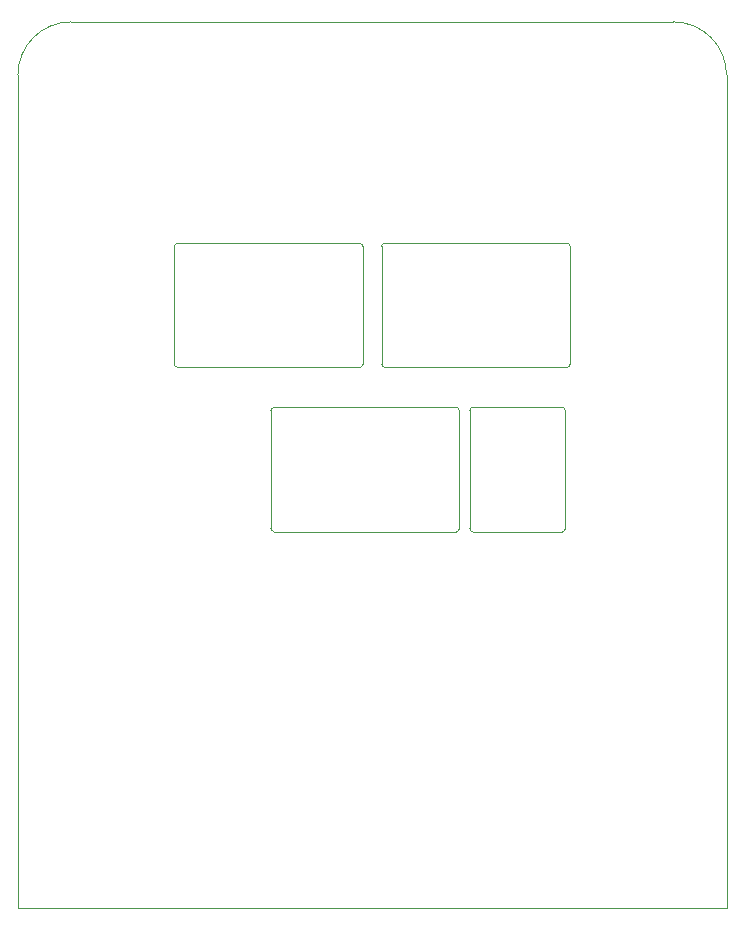
<source format=gbr>
%TF.GenerationSoftware,Altium Limited,Altium Designer,20.1.8 (145)*%
G04 Layer_Color=32896*
%FSLAX44Y44*%
%MOMM*%
%TF.SameCoordinates,3BEBD2D3-E5B3-4009-AA71-14EFD01F195C*%
%TF.FilePolarity,Positive*%
%TF.FileFunction,Other,Mechanical_4*%
%TF.Part,Single*%
G01*
G75*
%TA.AperFunction,NonConductor*%
%ADD154C,0.0254*%
D154*
X-83250Y-26500D02*
G03*
X-85750Y-29000I0J-2500D01*
G01*
X73750D02*
G03*
X71250Y-26500I-2500J0D01*
G01*
X-85750Y-129000D02*
G03*
X-83250Y-131500I2500J0D01*
G01*
X71250D02*
G03*
X73750Y-129000I0J2500D01*
G01*
X300000Y255000D02*
G03*
X255000Y300000I-45000J0D01*
G01*
X-255000D02*
G03*
X-300000Y255000I0J-45000D01*
G01*
X163500Y-29000D02*
G03*
X161000Y-26500I-2500J0D01*
G01*
X85000D02*
G03*
X82500Y-29000I0J-2500D01*
G01*
Y-129000D02*
G03*
X85000Y-131500I2500J0D01*
G01*
X161000D02*
G03*
X163500Y-129000I0J2500D01*
G01*
X165000Y7500D02*
G03*
X167500Y10000I0J2500D01*
G01*
X8000D02*
G03*
X10500Y7500I2500J0D01*
G01*
Y112500D02*
G03*
X8000Y110000I0J-2500D01*
G01*
X167500D02*
G03*
X165000Y112500I-2500J0D01*
G01*
X-8000Y110000D02*
G03*
X-10500Y112500I-2500J0D01*
G01*
X-165000D02*
G03*
X-167500Y110000I0J-2500D01*
G01*
Y10000D02*
G03*
X-165000Y7500I2500J0D01*
G01*
X-10500D02*
G03*
X-8000Y10000I0J2500D01*
G01*
X73750Y-129000D02*
Y-29000D01*
X-85750Y-129000D02*
Y-29000D01*
X-83250Y-26500D02*
X71250D01*
X-83250Y-131500D02*
X71250D01*
X-300000Y-450000D02*
Y255000D01*
X-255000Y300000D02*
X255000D01*
X300000Y-450000D02*
Y255000D01*
X-300000Y-450000D02*
X300000D01*
X85000Y-131500D02*
X161000D01*
X82500Y-129000D02*
Y-29000D01*
X163500Y-129000D02*
Y-29000D01*
X85000Y-26500D02*
X161000D01*
X10500Y112500D02*
X165000D01*
X8000Y10000D02*
Y110000D01*
X167500Y10000D02*
Y110000D01*
X10500Y7500D02*
X165000D01*
X-165000D02*
X-10500D01*
X-8000Y10000D02*
Y110000D01*
X-167500Y10000D02*
Y110000D01*
X-165000Y112500D02*
X-10500D01*
%TF.MD5,3b658aeb5b401531818826d51691bd18*%
M02*

</source>
